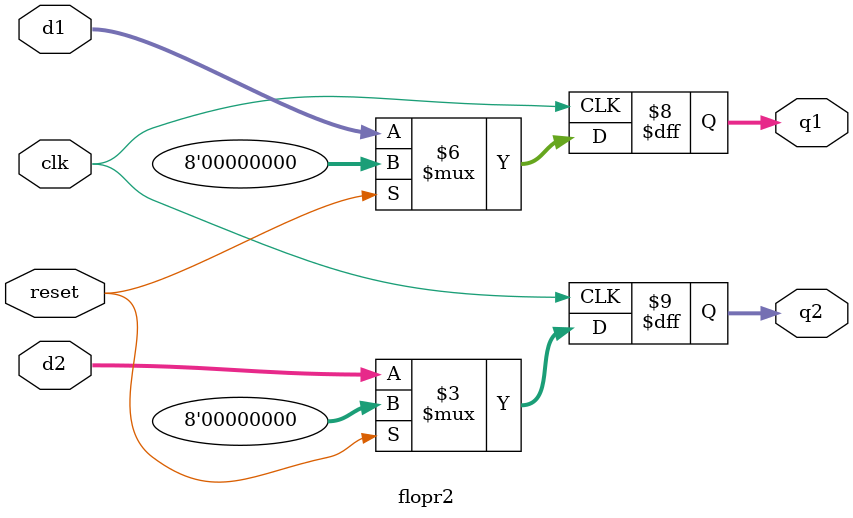
<source format=sv>
`timescale 1ns / 1ps


module flopr2 #(parameter WIDTH=8)
(input logic clk,reset,
input logic [WIDTH-1:0] d1,d2,
output logic [WIDTH-1:0] q1,q2);

always_ff @(posedge clk)
    if(reset)
        begin
            q1<=0;
            q2<=0;
        end
     else
        begin
            q1<=d1;
            q2<=d2;
        end
endmodule

</source>
